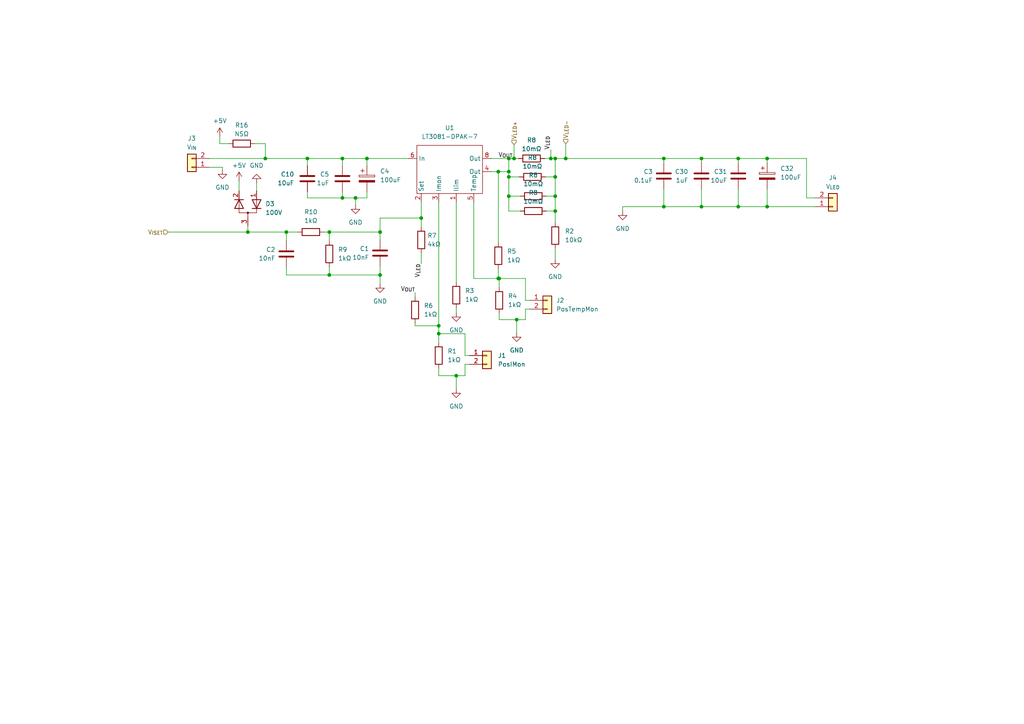
<source format=kicad_sch>
(kicad_sch (version 20230121) (generator eeschema)
  (paper "A4")
  (lib_symbols
    (symbol "Connector_Generic:Conn_01x02" (pin_names (offset 1.016) hide)
      (property "Reference" "J" (at 0 2.54 0))
      (property "Value" "Conn_01x02" (at 0 -5.08 0))
      (symbol "Conn_01x02_1_1"
        (rectangle (start -1.27 -2.413) (end 0 -2.667) (stroke (width 0.1524)))
        (rectangle (start -1.27 0.127) (end 0 -0.127) (stroke (width 0.1524)))
        (rectangle (start -1.27 1.27) (end 1.27 -3.81) (stroke (width 0.254)) (fill (type background)))
        (pin passive line (at -5.08 0 0) (length 3.81) (name "Pin_1") (number "1"))
        (pin passive line (at -5.08 -2.54 0) (length 3.81) (name "Pin_2") (number "2"))
      )
    )
    (symbol "Device:C" (pin_numbers hide) (pin_names (offset 0.254))
      (property "Reference" "C" (at 0.635 2.54 0))
      (property "Value" "C" (at 0.635 -2.54 0))
      (symbol "C_0_1"
        (polyline (pts (xy -2.032 -0.762) (xy 2.032 -0.762)) (stroke (width 0.508)))
        (polyline (pts (xy -2.032 0.762) (xy 2.032 0.762)) (stroke (width 0.508)))
      )
      (symbol "C_1_1"
        (pin passive line (at 0 3.81 270) (length 2.794) (name "~") (number "1"))
        (pin passive line (at 0 -3.81 90) (length 2.794) (name "~") (number "2"))
      )
    )
    (symbol "Device:C_Polarized" (pin_numbers hide) (pin_names (offset 0.254))
      (property "Reference" "C" (at 0.635 2.54 0))
      (property "Value" "C_Polarized" (at 0.635 -2.54 0))
      (symbol "C_Polarized_0_1"
        (rectangle (start -2.286 0.508) (end 2.286 1.016))
        (polyline (pts (xy -1.778 2.286) (xy -0.762 2.286)))
        (polyline (pts (xy -1.27 2.794) (xy -1.27 1.778)))
        (rectangle (start 2.286 -0.508) (end -2.286 -1.016) (fill (type outline)))
      )
      (symbol "C_Polarized_1_1"
        (pin passive line (at 0 3.81 270) (length 2.794) (name "~") (number "1"))
        (pin passive line (at 0 -3.81 90) (length 2.794) (name "~") (number "2"))
      )
    )
    (symbol "Device:D_Dual_Series_AKC_Parallel" (pin_names (offset 0.762) hide)
      (property "Reference" "D" (at 0 5.08 0))
      (property "Value" "D_Dual_Series_AKC_Parallel" (at 0 -5.08 0))
      (symbol "D_Dual_Series_AKC_Parallel_0_0"
        (polyline (pts (xy 0 -1.27) (xy 0 -3.81)) (stroke (width 0.254)))
        (polyline (pts (xy 2.54 3.81) (xy 2.54 1.27)) (stroke (width 0.254)))
      )
      (symbol "D_Dual_Series_AKC_Parallel_0_1"
        (circle (center -1.27 0) (radius 0.254) (fill (type outline)))
        (polyline (pts (xy -1.27 0) (xy -2.54 0)))
        (polyline (pts (xy 2.54 2.54) (xy -1.27 2.54) (xy -1.27 -2.54) (xy 2.54 -2.54)))
        (polyline (pts (xy 0 3.81) (xy 2.54 2.54) (xy 0 1.27) (xy 0 3.81) (xy 0 3.81) (xy 0 3.81)) (stroke (width 0.254)))
        (polyline (pts (xy 2.54 -1.27) (xy 0 -2.54) (xy 2.54 -3.81) (xy 2.54 -1.27) (xy 2.54 -1.27) (xy 2.54 -1.27)) (stroke (width 0.254)))
        (pin passive line (at 5.08 -2.54 180) (length 2.54) (name "K") (number "1"))
        (pin passive line (at 5.08 2.54 180) (length 2.54) (name "K") (number "2"))
        (pin passive line (at -5.08 0 0) (length 2.54) (name "A") (number "3"))
      )
    )
    (symbol "Device:R" (pin_numbers hide) (pin_names (offset 0))
      (property "Reference" "R" (at 2.032 0 90))
      (property "Value" "R" (at 0 0 90))
      (symbol "R_0_1"
        (rectangle (start -1.016 -2.54) (end 1.016 2.54) (stroke (width 0.254)))
      )
      (symbol "R_1_1"
        (pin passive line (at 0 3.81 270) (length 1.27) (name "~") (number "1"))
        (pin passive line (at 0 -3.81 90) (length 1.27) (name "~") (number "2"))
      )
    )
    (symbol "Regulators:LT3081-DPAK-7"
      (property "Reference" "U" (at 0 0 0))
      (property "Value" "LT3081-DPAK-7" (at 1.27 2.54 0))
      (symbol "LT3081-DPAK-7_0_1"
        (rectangle (start -7.62 3.81) (end 11.43 -10.16))
      )
      (symbol "LT3081-DPAK-7_1_1"
        (pin input line (at 3.81 -12.7 90) (length 2.54) (name "Ilim") (number "1"))
        (pin input line (at -6.35 -12.7 90) (length 2.54) (name "Set") (number "2"))
        (pin input line (at -1.27 -12.7 90) (length 2.54) (name "Imon") (number "3"))
        (pin input line (at 13.97 -3.81 180) (length 2.54) (name "Out") (number "4"))
        (pin input line (at 8.89 -12.7 90) (length 2.54) (name "Temp") (number "5"))
        (pin input line (at -10.16 0 0) (length 2.54) (name "In") (number "6"))
        (pin no_connect line (at -10.16 -3.81 0) (length 2.54) hide (name "NC") (number "7"))
        (pin input line (at 13.97 0 180) (length 2.54) (name "Out") (number "8"))
      )
    )
    (symbol "power:+5V" (power) (pin_names (offset 0))
      (property "Value" "+5V" (at 0 3.556 0))
      (symbol "+5V_0_1"
        (polyline (pts (xy -0.762 1.27) (xy 0 2.54)))
        (polyline (pts (xy 0 0) (xy 0 2.54)))
        (polyline (pts (xy 0 2.54) (xy 0.762 1.27)))
      )
      (symbol "+5V_1_1"
        (pin power_in line (at 0 0 90) (length 0) hide (name "+5V") (number "1"))
      )
    )
    (symbol "power:GND" (power) (pin_names (offset 0))
      (property "Value" "GND" (at 0 -3.81 0))
      (symbol "GND_0_1"
        (polyline (pts (xy 0 0) (xy 0 -1.27) (xy 1.27 -1.27) (xy 0 -2.54) (xy -1.27 -1.27) (xy 0 -1.27)))
      )
      (symbol "GND_1_1"
        (pin power_in line (at 0 0 270) (length 0) hide (name "GND") (number "1"))
      )
    )
  )
  (junction (at 83.058 67.31))
  (junction (at 222.504 45.974))
  (junction (at 149.098 45.974))
  (junction (at 203.454 59.944))
  (junction (at 127.254 94.488))
  (junction (at 110.236 79.756))
  (junction (at 89.154 45.974))
  (junction (at 214.122 59.944))
  (junction (at 76.962 45.974))
  (junction (at 164.084 45.974))
  (junction (at 147.574 51.308))
  (junction (at 147.574 45.974))
  (junction (at 149.86 92.71))
  (junction (at 103.124 57.404))
  (junction (at 161.036 45.974))
  (junction (at 222.504 59.944))
  (junction (at 161.036 56.896))
  (junction (at 203.454 45.974))
  (junction (at 99.314 45.974))
  (junction (at 144.78 80.772))
  (junction (at 127.254 96.774))
  (junction (at 214.122 45.974))
  (junction (at 106.426 45.974))
  (junction (at 95.504 67.31))
  (junction (at 132.334 108.966))
  (junction (at 144.526 80.772))
  (junction (at 144.526 49.784))
  (junction (at 71.882 67.31))
  (junction (at 161.036 61.214))
  (junction (at 161.036 51.308))
  (junction (at 192.532 59.944))
  (junction (at 147.574 49.784))
  (junction (at 147.574 56.896))
  (junction (at 159.766 45.974))
  (junction (at 110.236 67.31))
  (junction (at 99.314 57.404))
  (junction (at 122.174 63.246))
  (junction (at 192.532 45.974))
  (junction (at 95.504 79.756))
  (wire (pts (xy 144.78 80.772) (xy 144.78 83.312)))
  (wire (pts (xy 118.364 45.974) (xy 106.426 45.974)))
  (wire (pts (xy 110.236 79.756) (xy 110.236 82.296)))
  (wire (pts (xy 222.504 59.944) (xy 236.474 59.944)))
  (wire (pts (xy 159.766 43.434) (xy 159.766 45.974)))
  (wire (pts (xy 120.396 84.836) (xy 120.396 86.106)))
  (wire (pts (xy 164.084 41.656) (xy 164.084 45.974)))
  (wire (pts (xy 158.242 51.308) (xy 161.036 51.308)))
  (wire (pts (xy 132.334 108.966) (xy 132.334 112.776)))
  (wire (pts (xy 164.084 45.974) (xy 192.532 45.974)))
  (wire (pts (xy 144.526 80.772) (xy 144.78 80.772)))
  (wire (pts (xy 83.058 79.756) (xy 95.504 79.756)))
  (wire (pts (xy 127.254 58.674) (xy 127.254 94.488)))
  (wire (pts (xy 147.574 51.308) (xy 150.622 51.308)))
  (wire (pts (xy 222.504 45.974) (xy 233.934 45.974)))
  (wire (pts (xy 180.594 59.944) (xy 192.532 59.944)))
  (wire (pts (xy 120.396 94.488) (xy 127.254 94.488)))
  (wire (pts (xy 161.036 61.214) (xy 161.036 64.516)))
  (wire (pts (xy 110.236 77.216) (xy 110.236 79.756)))
  (wire (pts (xy 152.4 92.71) (xy 149.86 92.71)))
  (wire (pts (xy 93.98 67.31) (xy 95.504 67.31)))
  (wire (pts (xy 64.516 48.514) (xy 60.706 48.514)))
  (wire (pts (xy 192.532 59.944) (xy 203.454 59.944)))
  (wire (pts (xy 99.314 55.626) (xy 99.314 57.404)))
  (wire (pts (xy 147.574 61.214) (xy 150.876 61.214)))
  (wire (pts (xy 149.098 41.91) (xy 149.098 45.974)))
  (wire (pts (xy 71.882 67.31) (xy 83.058 67.31)))
  (wire (pts (xy 134.874 103.124) (xy 136.144 103.124)))
  (wire (pts (xy 110.236 67.31) (xy 110.236 63.246)))
  (wire (pts (xy 180.594 59.944) (xy 180.594 61.214)))
  (wire (pts (xy 233.934 57.404) (xy 236.474 57.404)))
  (wire (pts (xy 158.496 56.896) (xy 161.036 56.896)))
  (wire (pts (xy 74.422 53.086) (xy 74.422 55.372)))
  (wire (pts (xy 192.532 45.974) (xy 192.532 47.244)))
  (wire (pts (xy 95.504 77.47) (xy 95.504 79.756)))
  (wire (pts (xy 152.4 87.122) (xy 153.67 87.122)))
  (wire (pts (xy 159.766 45.974) (xy 161.036 45.974)))
  (wire (pts (xy 63.754 39.624) (xy 63.754 41.656)))
  (wire (pts (xy 157.988 45.974) (xy 159.766 45.974)))
  (wire (pts (xy 120.396 93.726) (xy 120.396 94.488)))
  (wire (pts (xy 99.314 45.974) (xy 99.314 48.006)))
  (wire (pts (xy 161.036 72.136) (xy 161.036 75.184)))
  (wire (pts (xy 222.504 54.864) (xy 222.504 59.944)))
  (wire (pts (xy 106.426 57.404) (xy 106.426 55.626)))
  (wire (pts (xy 76.962 45.974) (xy 89.154 45.974)))
  (wire (pts (xy 147.574 49.784) (xy 147.574 45.974)))
  (wire (pts (xy 152.4 80.772) (xy 152.4 87.122)))
  (wire (pts (xy 161.036 45.974) (xy 161.036 51.308)))
  (wire (pts (xy 158.496 61.214) (xy 161.036 61.214)))
  (wire (pts (xy 89.154 45.974) (xy 99.314 45.974)))
  (wire (pts (xy 83.058 67.31) (xy 86.36 67.31)))
  (wire (pts (xy 83.058 67.31) (xy 83.058 69.85)))
  (wire (pts (xy 137.414 80.772) (xy 144.526 80.772)))
  (wire (pts (xy 89.154 45.974) (xy 89.154 48.006)))
  (wire (pts (xy 110.236 63.246) (xy 122.174 63.246)))
  (wire (pts (xy 203.454 54.864) (xy 203.454 59.944)))
  (wire (pts (xy 147.574 49.784) (xy 147.574 51.308)))
  (wire (pts (xy 95.504 69.85) (xy 95.504 67.31)))
  (wire (pts (xy 214.122 59.944) (xy 222.504 59.944)))
  (wire (pts (xy 222.504 45.974) (xy 214.122 45.974)))
  (wire (pts (xy 95.504 67.31) (xy 110.236 67.31)))
  (wire (pts (xy 152.4 89.662) (xy 152.4 92.71)))
  (wire (pts (xy 89.154 57.404) (xy 99.314 57.404)))
  (wire (pts (xy 127.254 96.774) (xy 127.254 99.314)))
  (wire (pts (xy 144.526 77.978) (xy 144.526 80.772)))
  (wire (pts (xy 134.874 108.966) (xy 132.334 108.966)))
  (wire (pts (xy 99.314 57.404) (xy 103.124 57.404)))
  (wire (pts (xy 127.254 96.774) (xy 134.874 96.774)))
  (wire (pts (xy 144.78 80.772) (xy 152.4 80.772)))
  (wire (pts (xy 48.768 67.31) (xy 71.882 67.31)))
  (wire (pts (xy 103.124 57.404) (xy 106.426 57.404)))
  (wire (pts (xy 83.058 77.47) (xy 83.058 79.756)))
  (wire (pts (xy 142.494 45.974) (xy 147.574 45.974)))
  (wire (pts (xy 161.036 51.308) (xy 161.036 56.896)))
  (wire (pts (xy 149.86 92.71) (xy 144.78 92.71)))
  (wire (pts (xy 203.454 45.974) (xy 203.454 47.244)))
  (wire (pts (xy 142.494 49.784) (xy 144.526 49.784)))
  (wire (pts (xy 134.874 105.664) (xy 134.874 108.966)))
  (wire (pts (xy 122.174 58.674) (xy 122.174 63.246)))
  (wire (pts (xy 136.144 105.664) (xy 134.874 105.664)))
  (wire (pts (xy 144.526 49.784) (xy 147.574 49.784)))
  (wire (pts (xy 95.504 79.756) (xy 110.236 79.756)))
  (wire (pts (xy 161.036 45.974) (xy 164.084 45.974)))
  (wire (pts (xy 132.334 58.674) (xy 132.334 81.788)))
  (wire (pts (xy 132.334 108.966) (xy 127.254 108.966)))
  (wire (pts (xy 192.532 54.864) (xy 192.532 59.944)))
  (wire (pts (xy 60.706 45.974) (xy 76.962 45.974)))
  (wire (pts (xy 127.254 108.966) (xy 127.254 106.934)))
  (wire (pts (xy 147.574 45.974) (xy 149.098 45.974)))
  (wire (pts (xy 134.874 96.774) (xy 134.874 103.124)))
  (wire (pts (xy 214.122 45.974) (xy 214.122 47.244)))
  (wire (pts (xy 233.934 45.974) (xy 233.934 57.404)))
  (wire (pts (xy 144.526 49.784) (xy 144.526 70.358)))
  (wire (pts (xy 106.426 45.974) (xy 106.426 48.006)))
  (wire (pts (xy 63.754 41.656) (xy 66.294 41.656)))
  (wire (pts (xy 122.174 73.406) (xy 122.174 76.454)))
  (wire (pts (xy 149.86 92.71) (xy 149.86 96.52)))
  (wire (pts (xy 106.426 45.974) (xy 99.314 45.974)))
  (wire (pts (xy 147.574 51.308) (xy 147.574 56.896)))
  (wire (pts (xy 64.516 48.514) (xy 64.516 49.276)))
  (wire (pts (xy 214.122 45.974) (xy 203.454 45.974)))
  (wire (pts (xy 132.334 89.408) (xy 132.334 90.678)))
  (wire (pts (xy 73.914 41.656) (xy 76.962 41.656)))
  (wire (pts (xy 149.098 45.974) (xy 150.368 45.974)))
  (wire (pts (xy 144.78 92.71) (xy 144.78 90.932)))
  (wire (pts (xy 71.882 65.532) (xy 71.882 67.31)))
  (wire (pts (xy 147.574 56.896) (xy 150.876 56.896)))
  (wire (pts (xy 147.574 56.896) (xy 147.574 61.214)))
  (wire (pts (xy 214.122 54.864) (xy 214.122 59.944)))
  (wire (pts (xy 127.254 94.488) (xy 127.254 96.774)))
  (wire (pts (xy 89.154 55.626) (xy 89.154 57.404)))
  (wire (pts (xy 153.67 89.662) (xy 152.4 89.662)))
  (wire (pts (xy 222.504 47.244) (xy 222.504 45.974)))
  (wire (pts (xy 122.174 63.246) (xy 122.174 65.786)))
  (wire (pts (xy 137.414 58.674) (xy 137.414 80.772)))
  (wire (pts (xy 110.236 69.596) (xy 110.236 67.31)))
  (wire (pts (xy 203.454 59.944) (xy 214.122 59.944)))
  (wire (pts (xy 203.454 45.974) (xy 192.532 45.974)))
  (wire (pts (xy 69.342 52.451) (xy 69.342 55.372)))
  (wire (pts (xy 103.124 57.404) (xy 103.124 59.436)))
  (wire (pts (xy 161.036 56.896) (xy 161.036 61.214)))
  (wire (pts (xy 76.962 41.656) (xy 76.962 45.974)))
  (label "V_{LED}" (at 122.174 76.454 270))
  (label "V_{LED}" (at 159.766 43.434 90))
  (label "V_{OUT}" (at 120.396 84.836 180))
  (label "V_{OUT}" (at 144.526 45.974 0))
  (hierarchical_label "V_{LED-}" (shape input) (at 164.084 41.656 90))
  (hierarchical_label "V_{ISET}" (shape input) (at 48.768 67.31 180))
  (hierarchical_label "V_{LED+}" (shape input) (at 149.098 41.91 90))
  (symbol (lib_id "Device:C") (at 83.058 73.66 0) (unit 1)
    (property "Reference" "C2" (at 79.883 72.39 0) (effects (justify right)))
    (property "Value" "10nF" (at 79.883 74.93 0) (effects (justify right)))
    (property "Footprint" "Capacitor_SMD:C_0805_2012Metric_Pad1.18x1.45mm_HandSolder" (effects hide))
    (instances (project "LT3081LEDDriver" (path "" (reference "C2") (unit 1)) (path "" (reference "C1") (unit 1))))
  )
  (symbol (lib_id "Device:C_Polarized") (at 222.504 51.054 0) (unit 1)
    (property "Reference" "C32" (at 226.314 48.895 0) (effects (justify left)))
    (property "Value" "100uF" (at 226.314 51.435 0) (effects (justify left)))
    (property "Footprint" "Capacitor_SMD:CP_Elec_8x10.5" (effects hide))
    (instances (project "LT3081LEDDriver" (path "" (reference "C32") (unit 1)) (path "" (reference "C15") (unit 1))))
  )
  (symbol (lib_id "Device:R") (at 161.036 68.326 0) (unit 1)
    (property "Reference" "R2" (at 163.83 67.056 0) (effects (justify left)))
    (property "Value" "10kΩ" (at 163.83 69.596 0) (effects (justify left)))
    (property "Footprint" "Resistor_SMD:R_0805_2012Metric_Pad1.20x1.40mm_HandSolder" (effects hide))
    (instances (project "LT3081LEDDriver" (path "" (reference "R2") (unit 1)) (path "" (reference "R11") (unit 1))))
  )
  (symbol (lib_id "Connector_Generic:Conn_01x02") (at 158.75 87.122 0) (unit 1)
    (property "Reference" "J2" (at 161.29 87.122 0) (effects (justify left)))
    (property "Value" "PosTempMon" (at 161.29 89.662 0) (effects (justify left)))
    (property "Footprint" "Connector_PinHeader_2.54mm:PinHeader_1x02_P2.54mm_Vertical" (effects hide))
    (instances (project "LT3081LEDDriver" (path "" (reference "J2") (unit 1)) (path "" (reference "J3") (unit 1))))
  )
  (symbol (lib_id "Device:R") (at 144.78 87.122 0) (unit 1)
    (property "Reference" "R4" (at 147.32 85.852 0) (effects (justify left)))
    (property "Value" "1kΩ" (at 147.32 88.392 0) (effects (justify left)))
    (property "Footprint" "Resistor_SMD:R_0805_2012Metric_Pad1.20x1.40mm_HandSolder" (effects hide))
    (instances (project "LT3081LEDDriver" (path "" (reference "R4") (unit 1)) (path "" (reference "R9") (unit 1))))
  )
  (symbol (lib_id "Device:R") (at 90.17 67.31 90) (unit 1)
    (property "Reference" "R10" (at 90.17 61.468 90))
    (property "Value" "1kΩ" (at 90.17 64.008 90))
    (property "Footprint" "Resistor_SMD:R_0805_2012Metric_Pad1.20x1.40mm_HandSolder" (effects hide))
    (instances (project "LT3081LEDDriver" (path "" (reference "R10") (unit 1)) (path "" (reference "R2") (unit 1))))
  )
  (symbol (lib_id "power:GND") (at 132.334 90.678 0) (mirror y) (unit 1)
    (property "Reference" "#PWR05" (effects hide))
    (property "Value" "GND" (at 132.334 95.758 0))
  )
  (symbol (lib_id "Connector_Generic:Conn_01x02") (at 141.224 103.124 0) (unit 1)
    (property "Reference" "J1" (at 144.399 103.124 0) (effects (justify left)))
    (property "Value" "PosIMon" (at 144.399 105.664 0) (effects (justify left)))
    (property "Footprint" "Connector_PinHeader_2.54mm:PinHeader_1x02_P2.54mm_Vertical" (effects hide))
    (instances (project "LT3081LEDDriver" (path "" (reference "J1") (unit 1)) (path "" (reference "J2") (unit 1))))
  )
  (symbol (lib_id "Device:C") (at 192.532 51.054 0) (mirror x) (unit 1)
    (property "Reference" "C3" (at 189.357 49.784 0) (effects (justify right)))
    (property "Value" "0.1uF" (at 189.357 52.324 0) (effects (justify right)))
    (property "Footprint" "Capacitor_SMD:C_0805_2012Metric_Pad1.18x1.45mm_HandSolder" (effects hide))
    (instances (project "LT3081LEDDriver" (path "" (reference "C3") (unit 1)) (path "" (reference "C10") (unit 1))))
  )
  (symbol (lib_id "power:GND") (at 110.236 82.296 0) (mirror y) (unit 1)
    (property "Reference" "#PWR04" (effects hide))
    (property "Value" "GND" (at 110.236 87.376 0))
  )
  (symbol (lib_id "Device:R") (at 154.432 51.308 90) (unit 1)
    (property "Reference" "R8" (at 154.432 45.72 90))
    (property "Value" "10mΩ" (at 154.432 48.26 90))
    (property "Footprint" "Resistor_SMD:R_0805_2012Metric_Pad1.20x1.40mm_HandSolder" (effects hide))
    (instances (project "LT3081LEDDriver" (path "" (reference "R8") (unit 1)) (path "" (reference "R32") (unit 1))))
  )
  (symbol (lib_id "power:GND") (at 132.334 112.776 0) (mirror y) (unit 1)
    (property "Reference" "#PWR01" (effects hide))
    (property "Value" "GND" (at 132.334 117.856 0))
    (instances (project "LT3081LEDDriver" (path "" (reference "#PWR01") (unit 1)) (path "" (reference "#PWR06") (unit 1))))
  )
  (symbol (lib_id "Device:C") (at 214.122 51.054 0) (mirror x) (unit 1)
    (property "Reference" "C31" (at 210.947 49.784 0) (effects (justify right)))
    (property "Value" "10uF" (at 210.947 52.324 0) (effects (justify right)))
    (property "Footprint" "Capacitor_SMD:C_0805_2012Metric_Pad1.18x1.45mm_HandSolder" (effects hide))
    (instances (project "LT3081LEDDriver" (path "" (reference "C31") (unit 1)) (path "" (reference "C14") (unit 1))))
  )
  (symbol (lib_id "power:GND") (at 180.594 61.214 0) (unit 1)
    (property "Reference" "#PWR011" (effects hide))
    (property "Value" "GND" (at 180.594 66.294 0))
    (instances (project "LT3081LEDDriver" (path "" (reference "#PWR011") (unit 1)) (path "" (reference "#PWR015") (unit 1))))
  )
  (symbol (lib_id "Device:D_Dual_Series_AKC_Parallel") (at 71.882 60.452 90) (unit 1)
    (property "Reference" "D3" (at 76.962 59.1185 90) (effects (justify right)))
    (property "Value" "100V" (at 76.962 61.6585 90) (effects (justify right)))
    (property "Footprint" "Package_TO_SOT_SMD:SOT-23-3" (effects hide))
    (instances (project "LT3081LEDDriver" (path "" (reference "D3") (unit 1)) (path "" (reference "D5") (unit 1))) (project "ValveServoI2C" (path "" (reference "D74") (unit 1)) (path "" (reference "D75") (unit 1)) (path "" (reference "D76") (unit 1)) (path "" (reference "D78") (unit 1)) (path "" (reference "D81") (unit 1)) (path "" (reference "D83") (unit 1)) (path "" (reference "D85") (unit 1)) (path "" (reference "D87") (unit 1)) (path "" (reference "D33") (unit 1)) (path "" (reference "D39") (unit 1))))
  )
  (symbol (lib_id "Device:C") (at 89.154 51.816 0) (mirror x) (unit 1)
    (property "Reference" "C10" (at 85.344 50.546 0) (effects (justify right)))
    (property "Value" "10uF" (at 85.344 53.086 0) (effects (justify right)))
    (property "Footprint" "Capacitor_SMD:C_0805_2012Metric_Pad1.18x1.45mm_HandSolder" (effects hide))
    (instances (project "LT3081LEDDriver" (path "" (reference "C10") (unit 1)) (path "" (reference "C2") (unit 1))))
  )
  (symbol (lib_id "power:+5V") (at 69.342 52.451 0) (unit 1)
    (property "Reference" "#PWR033" (effects hide))
    (property "Value" "+5V" (at 69.342 48.006 0))
    (instances (project "LT3081LEDDriver" (path "" (reference "#PWR033") (unit 1)) (path "" (reference "#PWR039") (unit 1))) (project "ValveServoI2C" (path "" (reference "#PWR05") (unit 1)) (path "" (reference "#PWR012") (unit 1)) (path "" (reference "#PWR016") (unit 1)) (path "" (reference "#PWR039") (unit 1)) (path "" (reference "#PWR031") (unit 1)) (path "" (reference "#PWR057") (unit 1)) (path "" (reference "#PWR065") (unit 1)) (path "" (reference "#PWR079") (unit 1)) (path "" (reference "#PWR087") (unit 1)) (path "" (reference "#PWR09") (unit 1)) (path "" (reference "#PWR082") (unit 1))))
  )
  (symbol (lib_id "Connector_Generic:Conn_01x02") (at 241.554 59.944 0) (mirror x) (unit 1)
    (property "Reference" "J4" (at 241.554 51.562 0))
    (property "Value" "V_{LED}" (at 241.554 54.102 0))
    (property "Footprint" "Connector_PinHeader_2.54mm:PinHeader_1x02_P2.54mm_Vertical" (effects hide))
  )
  (symbol (lib_id "power:GND") (at 149.86 96.52 0) (mirror y) (unit 1)
    (property "Reference" "#PWR06" (effects hide))
    (property "Value" "GND" (at 149.86 101.6 0))
    (instances (project "LT3081LEDDriver" (path "" (reference "#PWR06") (unit 1)) (path "" (reference "#PWR07") (unit 1))))
  )
  (symbol (lib_id "power:GND") (at 74.422 53.086 180) (unit 1)
    (property "Reference" "#PWR034" (effects hide))
    (property "Value" "GND" (at 74.422 48.006 0))
    (instances (project "LT3081LEDDriver" (path "" (reference "#PWR034") (unit 1)) (path "" (reference "#PWR040") (unit 1))) (project "ValveServoI2C" (path "" (reference "#PWR01") (unit 1)) (path "" (reference "#PWR013") (unit 1)) (path "" (reference "#PWR017") (unit 1)) (path "" (reference "#PWR040") (unit 1)) (path "" (reference "#PWR032") (unit 1)) (path "" (reference "#PWR058") (unit 1)) (path "" (reference "#PWR066") (unit 1)) (path "" (reference "#PWR080") (unit 1)) (path "" (reference "#PWR088") (unit 1)) (path "" (reference "#PWR010") (unit 1)) (path "" (reference "#PWR083") (unit 1))))
  )
  (symbol (lib_id "power:GND") (at 64.516 49.276 0) (mirror y) (unit 1)
    (property "Reference" "#PWR07" (effects hide))
    (property "Value" "GND" (at 64.516 54.356 0))
    (instances (project "LT3081LEDDriver" (path "" (reference "#PWR07") (unit 1)) (path "" (reference "#PWR02") (unit 1))))
  )
  (symbol (lib_id "Regulators:LT3081-DPAK-7") (at 128.524 45.974 0) (unit 1)
    (property "Reference" "U1" (at 130.429 37.084 0))
    (property "Value" "LT3081-DPAK-7" (at 130.429 39.624 0))
    (property "Footprint" "Package_TO_SOT_SMD:TO-263-7_TabPin8" (effects hide))
    (property "Datasheet" "https://www.analog.com/media/en/technical-documentation/data-sheets/3081fc.pdf" (effects hide))
  )
  (symbol (lib_id "Device:R") (at 154.178 45.974 90) (unit 1)
    (property "Reference" "R8" (at 154.178 40.64 90))
    (property "Value" "10mΩ" (at 154.178 43.18 90))
    (property "Footprint" "Resistor_SMD:R_0805_2012Metric_Pad1.20x1.40mm_HandSolder" (effects hide))
    (instances (project "LT3081LEDDriver" (path "" (reference "R8") (unit 1)) (path "" (reference "R10") (unit 1))))
  )
  (symbol (lib_id "Device:C") (at 99.314 51.816 0) (mirror x) (unit 1)
    (property "Reference" "C5" (at 95.504 50.546 0) (effects (justify right)))
    (property "Value" "1uF" (at 95.504 53.086 0) (effects (justify right)))
    (property "Footprint" "Capacitor_SMD:C_0805_2012Metric_Pad1.18x1.45mm_HandSolder" (effects hide))
    (instances (project "LT3081LEDDriver" (path "" (reference "C5") (unit 1)) (path "" (reference "C3") (unit 1))))
  )
  (symbol (lib_id "power:+5V") (at 63.754 39.624 0) (unit 1)
    (property "Reference" "#PWR015" (effects hide))
    (property "Value" "+5V" (at 63.754 35.052 0))
    (instances (project "LT3081LEDDriver" (path "" (reference "#PWR015") (unit 1)) (path "" (reference "#PWR01") (unit 1))))
  )
  (symbol (lib_id "Device:R") (at 144.526 74.168 0) (unit 1)
    (property "Reference" "R5" (at 147.066 72.898 0) (effects (justify left)))
    (property "Value" "1kΩ" (at 147.066 75.438 0) (effects (justify left)))
    (property "Footprint" "Resistor_SMD:R_0805_2012Metric_Pad1.20x1.40mm_HandSolder" (effects hide))
    (instances (project "LT3081LEDDriver" (path "" (reference "R5") (unit 1)) (path "" (reference "R8") (unit 1))))
  )
  (symbol (lib_id "power:GND") (at 161.036 75.184 0) (mirror y) (unit 1)
    (property "Reference" "#PWR03" (effects hide))
    (property "Value" "GND" (at 161.036 80.264 0))
    (instances (project "LT3081LEDDriver" (path "" (reference "#PWR03") (unit 1)) (path "" (reference "#PWR011") (unit 1))))
  )
  (symbol (lib_id "Device:R") (at 120.396 89.916 0) (unit 1)
    (property "Reference" "R6" (at 122.936 88.646 0) (effects (justify left)))
    (property "Value" "1kΩ" (at 122.936 91.186 0) (effects (justify left)))
    (property "Footprint" "Resistor_SMD:R_0805_2012Metric_Pad1.20x1.40mm_HandSolder" (effects hide))
    (instances (project "LT3081LEDDriver" (path "" (reference "R6") (unit 1)) (path "" (reference "R4") (unit 1))))
  )
  (symbol (lib_id "Device:C") (at 110.236 73.406 0) (unit 1)
    (property "Reference" "C1" (at 107.061 72.136 0) (effects (justify right)))
    (property "Value" "10nF" (at 107.061 74.676 0) (effects (justify right)))
    (property "Footprint" "Capacitor_SMD:C_0805_2012Metric_Pad1.18x1.45mm_HandSolder" (effects hide))
    (instances (project "LT3081LEDDriver" (path "" (reference "C1") (unit 1)) (path "" (reference "C5") (unit 1))))
  )
  (symbol (lib_id "Device:R") (at 95.504 73.66 0) (unit 1)
    (property "Reference" "R9" (at 98.044 72.39 0) (effects (justify left)))
    (property "Value" "1kΩ" (at 98.044 74.93 0) (effects (justify left)))
    (property "Footprint" "Resistor_SMD:R_0805_2012Metric_Pad1.20x1.40mm_HandSolder" (effects hide))
    (instances (project "LT3081LEDDriver" (path "" (reference "R9") (unit 1)) (path "" (reference "R3") (unit 1))))
  )
  (symbol (lib_id "power:GND") (at 103.124 59.436 0) (mirror y) (unit 1)
    (property "Reference" "#PWR02" (effects hide))
    (property "Value" "GND" (at 103.124 64.516 0))
    (instances (project "LT3081LEDDriver" (path "" (reference "#PWR02") (unit 1)) (path "" (reference "#PWR03") (unit 1))))
  )
  (symbol (lib_id "Device:R") (at 122.174 69.596 0) (unit 1)
    (property "Reference" "R7" (at 123.952 68.326 0) (effects (justify left)))
    (property "Value" "4kΩ" (at 123.952 70.866 0) (effects (justify left)))
    (property "Footprint" "Resistor_SMD:R_0805_2012Metric_Pad1.20x1.40mm_HandSolder" (effects hide))
    (instances (project "LT3081LEDDriver" (path "" (reference "R7") (unit 1)) (path "" (reference "R5") (unit 1))))
  )
  (symbol (lib_id "Device:R") (at 132.334 85.598 0) (unit 1)
    (property "Reference" "R3" (at 134.874 84.328 0) (effects (justify left)))
    (property "Value" "1kΩ" (at 134.874 86.868 0) (effects (justify left)))
    (property "Footprint" "Resistor_SMD:R_0805_2012Metric_Pad1.20x1.40mm_HandSolder" (effects hide))
    (instances (project "LT3081LEDDriver" (path "" (reference "R3") (unit 1)) (path "" (reference "R7") (unit 1))))
  )
  (symbol (lib_id "Device:R") (at 154.686 56.896 90) (unit 1)
    (property "Reference" "R8" (at 154.686 50.8 90))
    (property "Value" "10mΩ" (at 154.686 53.34 90))
    (property "Footprint" "Resistor_SMD:R_0805_2012Metric_Pad1.20x1.40mm_HandSolder" (effects hide))
    (instances (project "LT3081LEDDriver" (path "" (reference "R8") (unit 1)) (path "" (reference "R33") (unit 1))))
  )
  (symbol (lib_id "Device:C_Polarized") (at 106.426 51.816 0) (unit 1)
    (property "Reference" "C4" (at 110.236 49.657 0) (effects (justify left)))
    (property "Value" "100uF" (at 110.236 52.197 0) (effects (justify left)))
    (property "Footprint" "Capacitor_SMD:CP_Elec_8x10.5" (effects hide))
  )
  (symbol (lib_id "Device:R") (at 127.254 103.124 0) (unit 1)
    (property "Reference" "R1" (at 129.794 101.854 0) (effects (justify left)))
    (property "Value" "1kΩ" (at 129.794 104.394 0) (effects (justify left)))
    (property "Footprint" "Resistor_SMD:R_0805_2012Metric_Pad1.20x1.40mm_HandSolder" (effects hide))
    (instances (project "LT3081LEDDriver" (path "" (reference "R1") (unit 1)) (path "" (reference "R6") (unit 1))))
  )
  (symbol (lib_id "Device:R") (at 154.686 61.214 90) (unit 1)
    (property "Reference" "R8" (at 154.686 55.88 90))
    (property "Value" "10mΩ" (at 154.686 58.42 90))
    (property "Footprint" "Resistor_SMD:R_0805_2012Metric_Pad1.20x1.40mm_HandSolder" (effects hide))
    (instances (project "LT3081LEDDriver" (path "" (reference "R8") (unit 1)) (path "" (reference "R34") (unit 1))))
  )
  (symbol (lib_id "Connector_Generic:Conn_01x02") (at 55.626 48.514 180) (unit 1)
    (property "Reference" "J3" (at 55.626 40.132 0))
    (property "Value" "V_{IN}" (at 55.626 42.672 0))
    (property "Footprint" "TerminalBlock:TerminalBlock_bornier-2_P5.08mm" (effects hide))
    (instances (project "LT3081LEDDriver" (path "" (reference "J3") (unit 1)) (path "" (reference "J1") (unit 1))))
  )
  (symbol (lib_id "Device:R") (at 70.104 41.656 90) (unit 1)
    (property "Reference" "R16" (at 70.104 36.322 90))
    (property "Value" "NSΩ" (at 70.104 38.862 90))
    (property "Footprint" "Resistor_SMD:R_0805_2012Metric_Pad1.20x1.40mm_HandSolder" (effects hide))
    (instances (project "LT3081LEDDriver" (path "" (reference "R16") (unit 1)) (path "" (reference "R1") (unit 1))))
  )
  (symbol (lib_id "Device:C") (at 203.454 51.054 0) (mirror x) (unit 1)
    (property "Reference" "C30" (at 199.644 49.784 0) (effects (justify right)))
    (property "Value" "1uF" (at 199.644 52.324 0) (effects (justify right)))
    (property "Footprint" "Capacitor_SMD:C_0805_2012Metric_Pad1.18x1.45mm_HandSolder" (effects hide))
    (instances (project "LT3081LEDDriver" (path "" (reference "C30") (unit 1)) (path "" (reference "C13") (unit 1))))
  )
)
</source>
